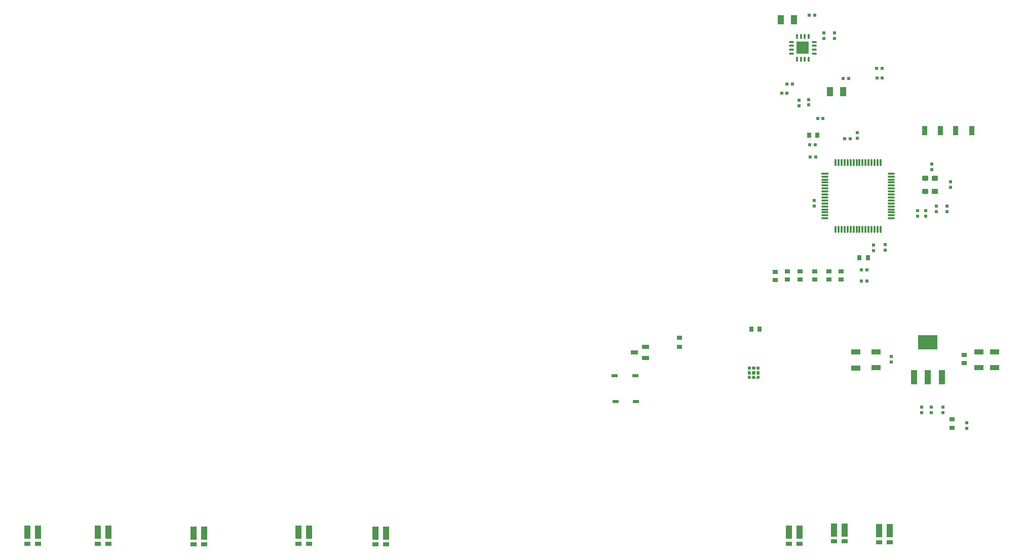
<source format=gtp>
G04*
G04 #@! TF.GenerationSoftware,Altium Limited,Altium Designer,18.1.7 (191)*
G04*
G04 Layer_Color=8421504*
%FSLAX25Y25*%
%MOIN*%
G70*
G01*
G75*
%ADD18O,0.01181X0.04921*%
%ADD19O,0.04921X0.01181*%
%ADD20R,0.04921X0.01181*%
%ADD21R,0.03937X0.05906*%
%ADD22R,0.05118X0.02559*%
%ADD23R,0.12992X0.09449*%
%ADD24R,0.03937X0.09449*%
%ADD25R,0.04375X0.02365*%
%ADD26R,0.00100X0.00100*%
%ADD27R,0.04000X0.09000*%
%ADD28R,0.04000X0.03000*%
%ADD29R,0.03740X0.06299*%
%ADD30R,0.03543X0.02953*%
%ADD31R,0.02165X0.02165*%
%ADD32R,0.08189X0.08189*%
%ADD33O,0.03347X0.01181*%
%ADD34O,0.01181X0.03347*%
%ADD35R,0.03543X0.02756*%
%ADD36R,0.03347X0.02756*%
%ADD37R,0.03937X0.03543*%
G04:AMPARAMS|DCode=38|XSize=35.43mil|YSize=39.37mil|CornerRadius=8.86mil|HoleSize=0mil|Usage=FLASHONLY|Rotation=90.000|XOffset=0mil|YOffset=0mil|HoleType=Round|Shape=RoundedRectangle|*
%AMROUNDEDRECTD38*
21,1,0.03543,0.02165,0,0,90.0*
21,1,0.01772,0.03937,0,0,90.0*
1,1,0.01772,0.01083,0.00886*
1,1,0.01772,0.01083,-0.00886*
1,1,0.01772,-0.01083,-0.00886*
1,1,0.01772,-0.01083,0.00886*
%
%ADD38ROUNDEDRECTD38*%
%ADD39R,0.06299X0.03740*%
%ADD40R,0.02756X0.03347*%
%ADD41R,0.02441X0.02441*%
%ADD42R,0.02441X0.02441*%
%ADD43R,0.02165X0.02165*%
%ADD44R,0.02165X0.02165*%
G36*
X573285Y436944D02*
X571828D01*
X571272Y437500D01*
Y438957D01*
X573285D01*
Y436944D01*
D02*
G37*
G36*
X570484Y437500D02*
X569928Y436944D01*
X568728D01*
X568172Y437500D01*
Y438957D01*
X570484D01*
Y437500D01*
D02*
G37*
G36*
X567384D02*
X566827Y436944D01*
X565371D01*
Y438957D01*
X567384D01*
Y437500D01*
D02*
G37*
G36*
X573285Y433844D02*
X571828D01*
X571272Y434401D01*
Y435600D01*
X571828Y436156D01*
X573285D01*
Y433844D01*
D02*
G37*
G36*
X570484Y435600D02*
Y434401D01*
X569928Y433844D01*
X568728D01*
X568172Y434401D01*
Y435600D01*
X568728Y436156D01*
X569928D01*
X570484Y435600D01*
D02*
G37*
G36*
X567384D02*
Y434401D01*
X566827Y433844D01*
X565371D01*
Y436156D01*
X566827D01*
X567384Y435600D01*
D02*
G37*
G36*
X573285Y431043D02*
X571272D01*
Y432500D01*
X571828Y433056D01*
X573285D01*
Y431043D01*
D02*
G37*
G36*
X570484Y432500D02*
Y431043D01*
X568172D01*
Y432500D01*
X568728Y433056D01*
X569928D01*
X570484Y432500D01*
D02*
G37*
G36*
X567384D02*
Y431043D01*
X565371D01*
Y433056D01*
X566827D01*
X567384Y432500D01*
D02*
G37*
D18*
X623287Y573350D02*
D03*
X625256D02*
D03*
X627224D02*
D03*
X629193D02*
D03*
X631161D02*
D03*
X633130D02*
D03*
X635098D02*
D03*
X637067D02*
D03*
X639035D02*
D03*
X641004D02*
D03*
X642972D02*
D03*
X644941D02*
D03*
X646909D02*
D03*
X648878D02*
D03*
X650846D02*
D03*
X652815D02*
D03*
Y529452D02*
D03*
X650846D02*
D03*
X648878D02*
D03*
X646909D02*
D03*
X644941D02*
D03*
X642972D02*
D03*
X641004D02*
D03*
X639035D02*
D03*
X637067D02*
D03*
X635098D02*
D03*
X633130D02*
D03*
X631161D02*
D03*
X629193D02*
D03*
X627224D02*
D03*
X625256D02*
D03*
X623287D02*
D03*
D19*
X660000Y566165D02*
D03*
Y564197D02*
D03*
Y562228D02*
D03*
Y560260D02*
D03*
Y558291D02*
D03*
Y556323D02*
D03*
Y554354D02*
D03*
Y552386D02*
D03*
Y550417D02*
D03*
Y548449D02*
D03*
Y546480D02*
D03*
Y544512D02*
D03*
Y542543D02*
D03*
Y540575D02*
D03*
Y538606D02*
D03*
Y536638D02*
D03*
X616102D02*
D03*
Y538606D02*
D03*
Y540575D02*
D03*
Y542543D02*
D03*
Y544512D02*
D03*
Y546480D02*
D03*
Y548449D02*
D03*
Y550417D02*
D03*
Y552386D02*
D03*
Y554354D02*
D03*
Y556323D02*
D03*
Y558291D02*
D03*
Y560260D02*
D03*
Y562228D02*
D03*
Y564197D02*
D03*
D20*
Y566165D02*
D03*
D21*
X619500Y620043D02*
D03*
X628161D02*
D03*
X595941Y667500D02*
D03*
X587280D02*
D03*
D22*
X490760Y448314D02*
D03*
X498240Y452054D02*
D03*
Y444574D02*
D03*
D23*
X684000Y454917D02*
D03*
D24*
X693055Y432083D02*
D03*
X684000D02*
D03*
X674945D02*
D03*
D25*
X478000Y433000D02*
D03*
X491583D02*
D03*
X478417Y416000D02*
D03*
X492000D02*
D03*
D26*
X569328Y435000D02*
D03*
D27*
X270000Y329984D02*
D03*
X276969Y329984D02*
D03*
X91579Y330000D02*
D03*
X98548Y330000D02*
D03*
X144969D02*
D03*
X138000Y330000D02*
D03*
X201032Y329500D02*
D03*
X208000Y329500D02*
D03*
X327469D02*
D03*
X320500Y329500D02*
D03*
X592500Y330000D02*
D03*
X599468Y330001D02*
D03*
X629193Y331500D02*
D03*
X622225Y331500D02*
D03*
X659000Y330984D02*
D03*
X652032Y330984D02*
D03*
D28*
X270000Y322500D02*
D03*
X276968D02*
D03*
X91579Y322516D02*
D03*
X98548D02*
D03*
X144969D02*
D03*
X138000D02*
D03*
X201031Y322016D02*
D03*
X208000D02*
D03*
X327469D02*
D03*
X320500D02*
D03*
X592500Y322516D02*
D03*
X599468D02*
D03*
X629193Y324016D02*
D03*
X622224D02*
D03*
X659000Y323500D02*
D03*
X652031D02*
D03*
D29*
X692216Y594543D02*
D03*
X681783D02*
D03*
X712717Y594543D02*
D03*
X702284D02*
D03*
D30*
X609500Y501658D02*
D03*
Y496343D02*
D03*
X591661Y496343D02*
D03*
Y501657D02*
D03*
X583500Y496185D02*
D03*
Y501500D02*
D03*
X619000Y501838D02*
D03*
Y496523D02*
D03*
X600000Y501658D02*
D03*
Y496343D02*
D03*
X626724Y501681D02*
D03*
Y496366D02*
D03*
D31*
X631772Y628815D02*
D03*
X628228D02*
D03*
X615000Y602500D02*
D03*
X611457D02*
D03*
X594772Y625197D02*
D03*
X591228D02*
D03*
X653772Y635271D02*
D03*
X650228D02*
D03*
X654000Y629043D02*
D03*
X650457D02*
D03*
X605833Y670500D02*
D03*
X609377D02*
D03*
D32*
X601661Y649023D02*
D03*
D33*
X594181Y645185D02*
D03*
Y647744D02*
D03*
Y650303D02*
D03*
Y652862D02*
D03*
X609142D02*
D03*
Y650303D02*
D03*
Y647744D02*
D03*
Y645185D02*
D03*
D34*
X597823Y656504D02*
D03*
X600382D02*
D03*
X602941D02*
D03*
X605500D02*
D03*
Y641543D02*
D03*
X602941D02*
D03*
X600382D02*
D03*
X597823D02*
D03*
D35*
X520500Y452000D02*
D03*
Y457905D02*
D03*
D36*
X700000Y398744D02*
D03*
Y404256D02*
D03*
X708000Y441244D02*
D03*
Y446756D02*
D03*
D37*
X688500Y554354D02*
D03*
D38*
Y563015D02*
D03*
X682201D02*
D03*
Y554354D02*
D03*
D39*
X728000Y438283D02*
D03*
Y448716D02*
D03*
X636657Y438165D02*
D03*
Y448598D02*
D03*
X650000Y438327D02*
D03*
Y448760D02*
D03*
X717500Y438283D02*
D03*
Y448716D02*
D03*
D40*
X567851Y463811D02*
D03*
X573363D02*
D03*
X605744Y591500D02*
D03*
X611256D02*
D03*
X644547Y510767D02*
D03*
X639035D02*
D03*
D41*
X622500Y655189D02*
D03*
Y658811D02*
D03*
X709500Y398378D02*
D03*
Y402000D02*
D03*
X686216Y408869D02*
D03*
Y412491D02*
D03*
X679716Y408869D02*
D03*
Y412491D02*
D03*
X693716Y408869D02*
D03*
Y412491D02*
D03*
X660000Y442189D02*
D03*
Y445811D02*
D03*
X648342Y515421D02*
D03*
Y519043D02*
D03*
X609142Y548311D02*
D03*
Y544689D02*
D03*
X682500Y541811D02*
D03*
Y538189D02*
D03*
X656000Y515689D02*
D03*
Y519311D02*
D03*
X699000Y560622D02*
D03*
Y557000D02*
D03*
X686421Y572311D02*
D03*
Y568689D02*
D03*
X677221Y538000D02*
D03*
Y541622D02*
D03*
X696500Y541189D02*
D03*
Y544811D02*
D03*
X615500Y655189D02*
D03*
Y658811D02*
D03*
D42*
X629189Y589000D02*
D03*
X632811D02*
D03*
X606189Y585000D02*
D03*
X609811D02*
D03*
X610311Y577000D02*
D03*
X606689D02*
D03*
X640197Y495267D02*
D03*
X643819D02*
D03*
Y502724D02*
D03*
X640197D02*
D03*
D43*
X637500Y593086D02*
D03*
Y589543D02*
D03*
X689500Y541228D02*
D03*
Y544771D02*
D03*
X599356Y614389D02*
D03*
Y610846D02*
D03*
X605500Y611271D02*
D03*
Y614815D02*
D03*
D44*
X591272Y619043D02*
D03*
X587728D02*
D03*
M02*

</source>
